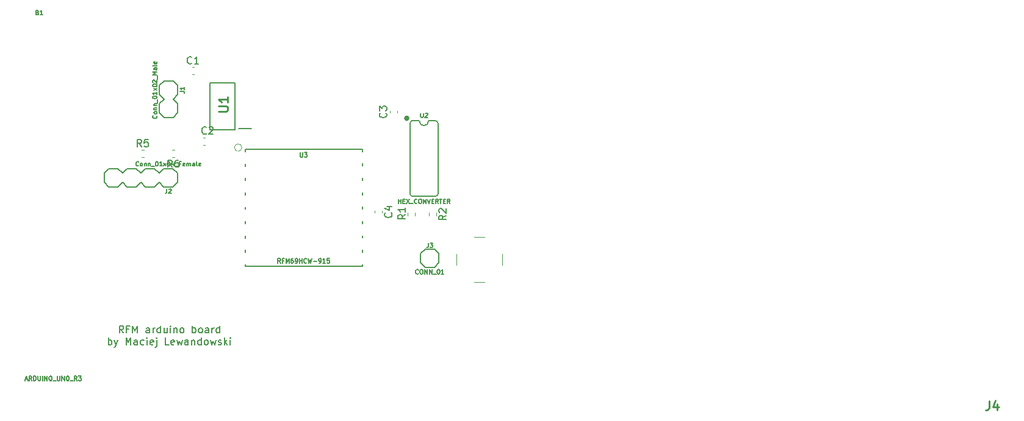
<source format=gbr>
%TF.GenerationSoftware,KiCad,Pcbnew,5.1.6+dfsg1-1*%
%TF.CreationDate,2021-02-21T15:05:16+01:00*%
%TF.ProjectId,RFMduino,52464d64-7569-46e6-9f2e-6b696361645f,rev?*%
%TF.SameCoordinates,Original*%
%TF.FileFunction,Legend,Top*%
%TF.FilePolarity,Positive*%
%FSLAX46Y46*%
G04 Gerber Fmt 4.6, Leading zero omitted, Abs format (unit mm)*
G04 Created by KiCad (PCBNEW 5.1.6+dfsg1-1) date 2021-02-21 15:05:16*
%MOMM*%
%LPD*%
G01*
G04 APERTURE LIST*
%ADD10C,0.150000*%
%ADD11C,0.120000*%
%ADD12C,0.203200*%
%ADD13C,0.100000*%
%ADD14C,0.200000*%
%ADD15C,0.254000*%
%ADD16C,0.127000*%
G04 APERTURE END LIST*
D10*
X133700047Y-102878380D02*
X133366714Y-102402190D01*
X133128619Y-102878380D02*
X133128619Y-101878380D01*
X133509571Y-101878380D01*
X133604809Y-101926000D01*
X133652428Y-101973619D01*
X133700047Y-102068857D01*
X133700047Y-102211714D01*
X133652428Y-102306952D01*
X133604809Y-102354571D01*
X133509571Y-102402190D01*
X133128619Y-102402190D01*
X134461952Y-102354571D02*
X134128619Y-102354571D01*
X134128619Y-102878380D02*
X134128619Y-101878380D01*
X134604809Y-101878380D01*
X134985761Y-102878380D02*
X134985761Y-101878380D01*
X135319095Y-102592666D01*
X135652428Y-101878380D01*
X135652428Y-102878380D01*
X137319095Y-102878380D02*
X137319095Y-102354571D01*
X137271476Y-102259333D01*
X137176238Y-102211714D01*
X136985761Y-102211714D01*
X136890523Y-102259333D01*
X137319095Y-102830761D02*
X137223857Y-102878380D01*
X136985761Y-102878380D01*
X136890523Y-102830761D01*
X136842904Y-102735523D01*
X136842904Y-102640285D01*
X136890523Y-102545047D01*
X136985761Y-102497428D01*
X137223857Y-102497428D01*
X137319095Y-102449809D01*
X137795285Y-102878380D02*
X137795285Y-102211714D01*
X137795285Y-102402190D02*
X137842904Y-102306952D01*
X137890523Y-102259333D01*
X137985761Y-102211714D01*
X138081000Y-102211714D01*
X138842904Y-102878380D02*
X138842904Y-101878380D01*
X138842904Y-102830761D02*
X138747666Y-102878380D01*
X138557190Y-102878380D01*
X138461952Y-102830761D01*
X138414333Y-102783142D01*
X138366714Y-102687904D01*
X138366714Y-102402190D01*
X138414333Y-102306952D01*
X138461952Y-102259333D01*
X138557190Y-102211714D01*
X138747666Y-102211714D01*
X138842904Y-102259333D01*
X139747666Y-102211714D02*
X139747666Y-102878380D01*
X139319095Y-102211714D02*
X139319095Y-102735523D01*
X139366714Y-102830761D01*
X139461952Y-102878380D01*
X139604809Y-102878380D01*
X139700047Y-102830761D01*
X139747666Y-102783142D01*
X140223857Y-102878380D02*
X140223857Y-102211714D01*
X140223857Y-101878380D02*
X140176238Y-101926000D01*
X140223857Y-101973619D01*
X140271476Y-101926000D01*
X140223857Y-101878380D01*
X140223857Y-101973619D01*
X140700047Y-102211714D02*
X140700047Y-102878380D01*
X140700047Y-102306952D02*
X140747666Y-102259333D01*
X140842904Y-102211714D01*
X140985761Y-102211714D01*
X141081000Y-102259333D01*
X141128619Y-102354571D01*
X141128619Y-102878380D01*
X141747666Y-102878380D02*
X141652428Y-102830761D01*
X141604809Y-102783142D01*
X141557190Y-102687904D01*
X141557190Y-102402190D01*
X141604809Y-102306952D01*
X141652428Y-102259333D01*
X141747666Y-102211714D01*
X141890523Y-102211714D01*
X141985761Y-102259333D01*
X142033380Y-102306952D01*
X142081000Y-102402190D01*
X142081000Y-102687904D01*
X142033380Y-102783142D01*
X141985761Y-102830761D01*
X141890523Y-102878380D01*
X141747666Y-102878380D01*
X143271476Y-102878380D02*
X143271476Y-101878380D01*
X143271476Y-102259333D02*
X143366714Y-102211714D01*
X143557190Y-102211714D01*
X143652428Y-102259333D01*
X143700047Y-102306952D01*
X143747666Y-102402190D01*
X143747666Y-102687904D01*
X143700047Y-102783142D01*
X143652428Y-102830761D01*
X143557190Y-102878380D01*
X143366714Y-102878380D01*
X143271476Y-102830761D01*
X144319095Y-102878380D02*
X144223857Y-102830761D01*
X144176238Y-102783142D01*
X144128619Y-102687904D01*
X144128619Y-102402190D01*
X144176238Y-102306952D01*
X144223857Y-102259333D01*
X144319095Y-102211714D01*
X144461952Y-102211714D01*
X144557190Y-102259333D01*
X144604809Y-102306952D01*
X144652428Y-102402190D01*
X144652428Y-102687904D01*
X144604809Y-102783142D01*
X144557190Y-102830761D01*
X144461952Y-102878380D01*
X144319095Y-102878380D01*
X145509571Y-102878380D02*
X145509571Y-102354571D01*
X145461952Y-102259333D01*
X145366714Y-102211714D01*
X145176238Y-102211714D01*
X145081000Y-102259333D01*
X145509571Y-102830761D02*
X145414333Y-102878380D01*
X145176238Y-102878380D01*
X145081000Y-102830761D01*
X145033380Y-102735523D01*
X145033380Y-102640285D01*
X145081000Y-102545047D01*
X145176238Y-102497428D01*
X145414333Y-102497428D01*
X145509571Y-102449809D01*
X145985761Y-102878380D02*
X145985761Y-102211714D01*
X145985761Y-102402190D02*
X146033380Y-102306952D01*
X146081000Y-102259333D01*
X146176238Y-102211714D01*
X146271476Y-102211714D01*
X147033380Y-102878380D02*
X147033380Y-101878380D01*
X147033380Y-102830761D02*
X146938142Y-102878380D01*
X146747666Y-102878380D01*
X146652428Y-102830761D01*
X146604809Y-102783142D01*
X146557190Y-102687904D01*
X146557190Y-102402190D01*
X146604809Y-102306952D01*
X146652428Y-102259333D01*
X146747666Y-102211714D01*
X146938142Y-102211714D01*
X147033380Y-102259333D01*
X131628619Y-104528380D02*
X131628619Y-103528380D01*
X131628619Y-103909333D02*
X131723857Y-103861714D01*
X131914333Y-103861714D01*
X132009571Y-103909333D01*
X132057190Y-103956952D01*
X132104809Y-104052190D01*
X132104809Y-104337904D01*
X132057190Y-104433142D01*
X132009571Y-104480761D01*
X131914333Y-104528380D01*
X131723857Y-104528380D01*
X131628619Y-104480761D01*
X132438142Y-103861714D02*
X132676238Y-104528380D01*
X132914333Y-103861714D02*
X132676238Y-104528380D01*
X132581000Y-104766476D01*
X132533380Y-104814095D01*
X132438142Y-104861714D01*
X134057190Y-104528380D02*
X134057190Y-103528380D01*
X134390523Y-104242666D01*
X134723857Y-103528380D01*
X134723857Y-104528380D01*
X135628619Y-104528380D02*
X135628619Y-104004571D01*
X135581000Y-103909333D01*
X135485761Y-103861714D01*
X135295285Y-103861714D01*
X135200047Y-103909333D01*
X135628619Y-104480761D02*
X135533380Y-104528380D01*
X135295285Y-104528380D01*
X135200047Y-104480761D01*
X135152428Y-104385523D01*
X135152428Y-104290285D01*
X135200047Y-104195047D01*
X135295285Y-104147428D01*
X135533380Y-104147428D01*
X135628619Y-104099809D01*
X136533380Y-104480761D02*
X136438142Y-104528380D01*
X136247666Y-104528380D01*
X136152428Y-104480761D01*
X136104809Y-104433142D01*
X136057190Y-104337904D01*
X136057190Y-104052190D01*
X136104809Y-103956952D01*
X136152428Y-103909333D01*
X136247666Y-103861714D01*
X136438142Y-103861714D01*
X136533380Y-103909333D01*
X136961952Y-104528380D02*
X136961952Y-103861714D01*
X136961952Y-103528380D02*
X136914333Y-103576000D01*
X136961952Y-103623619D01*
X137009571Y-103576000D01*
X136961952Y-103528380D01*
X136961952Y-103623619D01*
X137819095Y-104480761D02*
X137723857Y-104528380D01*
X137533380Y-104528380D01*
X137438142Y-104480761D01*
X137390523Y-104385523D01*
X137390523Y-104004571D01*
X137438142Y-103909333D01*
X137533380Y-103861714D01*
X137723857Y-103861714D01*
X137819095Y-103909333D01*
X137866714Y-104004571D01*
X137866714Y-104099809D01*
X137390523Y-104195047D01*
X138295285Y-103861714D02*
X138295285Y-104718857D01*
X138247666Y-104814095D01*
X138152428Y-104861714D01*
X138104809Y-104861714D01*
X138295285Y-103528380D02*
X138247666Y-103576000D01*
X138295285Y-103623619D01*
X138342904Y-103576000D01*
X138295285Y-103528380D01*
X138295285Y-103623619D01*
X140009571Y-104528380D02*
X139533380Y-104528380D01*
X139533380Y-103528380D01*
X140723857Y-104480761D02*
X140628619Y-104528380D01*
X140438142Y-104528380D01*
X140342904Y-104480761D01*
X140295285Y-104385523D01*
X140295285Y-104004571D01*
X140342904Y-103909333D01*
X140438142Y-103861714D01*
X140628619Y-103861714D01*
X140723857Y-103909333D01*
X140771476Y-104004571D01*
X140771476Y-104099809D01*
X140295285Y-104195047D01*
X141104809Y-103861714D02*
X141295285Y-104528380D01*
X141485761Y-104052190D01*
X141676238Y-104528380D01*
X141866714Y-103861714D01*
X142676238Y-104528380D02*
X142676238Y-104004571D01*
X142628619Y-103909333D01*
X142533380Y-103861714D01*
X142342904Y-103861714D01*
X142247666Y-103909333D01*
X142676238Y-104480761D02*
X142581000Y-104528380D01*
X142342904Y-104528380D01*
X142247666Y-104480761D01*
X142200047Y-104385523D01*
X142200047Y-104290285D01*
X142247666Y-104195047D01*
X142342904Y-104147428D01*
X142581000Y-104147428D01*
X142676238Y-104099809D01*
X143152428Y-103861714D02*
X143152428Y-104528380D01*
X143152428Y-103956952D02*
X143200047Y-103909333D01*
X143295285Y-103861714D01*
X143438142Y-103861714D01*
X143533380Y-103909333D01*
X143581000Y-104004571D01*
X143581000Y-104528380D01*
X144485761Y-104528380D02*
X144485761Y-103528380D01*
X144485761Y-104480761D02*
X144390523Y-104528380D01*
X144200047Y-104528380D01*
X144104809Y-104480761D01*
X144057190Y-104433142D01*
X144009571Y-104337904D01*
X144009571Y-104052190D01*
X144057190Y-103956952D01*
X144104809Y-103909333D01*
X144200047Y-103861714D01*
X144390523Y-103861714D01*
X144485761Y-103909333D01*
X145104809Y-104528380D02*
X145009571Y-104480761D01*
X144961952Y-104433142D01*
X144914333Y-104337904D01*
X144914333Y-104052190D01*
X144961952Y-103956952D01*
X145009571Y-103909333D01*
X145104809Y-103861714D01*
X145247666Y-103861714D01*
X145342904Y-103909333D01*
X145390523Y-103956952D01*
X145438142Y-104052190D01*
X145438142Y-104337904D01*
X145390523Y-104433142D01*
X145342904Y-104480761D01*
X145247666Y-104528380D01*
X145104809Y-104528380D01*
X145771476Y-103861714D02*
X145961952Y-104528380D01*
X146152428Y-104052190D01*
X146342904Y-104528380D01*
X146533380Y-103861714D01*
X146866714Y-104480761D02*
X146961952Y-104528380D01*
X147152428Y-104528380D01*
X147247666Y-104480761D01*
X147295285Y-104385523D01*
X147295285Y-104337904D01*
X147247666Y-104242666D01*
X147152428Y-104195047D01*
X147009571Y-104195047D01*
X146914333Y-104147428D01*
X146866714Y-104052190D01*
X146866714Y-104004571D01*
X146914333Y-103909333D01*
X147009571Y-103861714D01*
X147152428Y-103861714D01*
X147247666Y-103909333D01*
X147723857Y-104528380D02*
X147723857Y-103528380D01*
X147819095Y-104147428D02*
X148104809Y-104528380D01*
X148104809Y-103861714D02*
X147723857Y-104242666D01*
X148533380Y-104528380D02*
X148533380Y-103861714D01*
X148533380Y-103528380D02*
X148485761Y-103576000D01*
X148533380Y-103623619D01*
X148581000Y-103576000D01*
X148533380Y-103528380D01*
X148533380Y-103623619D01*
D11*
%TO.C,R6*%
X140777279Y-78488000D02*
X140451721Y-78488000D01*
X140777279Y-77468000D02*
X140451721Y-77468000D01*
%TO.C,R5*%
X136209721Y-77468000D02*
X136535279Y-77468000D01*
X136209721Y-78488000D02*
X136535279Y-78488000D01*
%TO.C,R1*%
X174182300Y-86148142D02*
X174182300Y-86622658D01*
X173137300Y-86148142D02*
X173137300Y-86622658D01*
%TO.C,C1*%
X143204020Y-66981800D02*
X143485180Y-66981800D01*
X143204020Y-65961800D02*
X143485180Y-65961800D01*
%TO.C,C2*%
X144728620Y-75791600D02*
X145009780Y-75791600D01*
X144728620Y-76811600D02*
X145009780Y-76811600D01*
%TO.C,C3*%
X170686000Y-72301980D02*
X170686000Y-72020820D01*
X171706000Y-72301980D02*
X171706000Y-72020820D01*
%TO.C,C4*%
X168552400Y-85901620D02*
X168552400Y-86182780D01*
X169572400Y-85901620D02*
X169572400Y-86182780D01*
D12*
%TO.C,J1*%
X140614400Y-72923400D02*
X139344400Y-72923400D01*
X138709400Y-69748400D02*
X138709400Y-68478400D01*
X139344400Y-67843400D02*
X138709400Y-68478400D01*
X141249400Y-68478400D02*
X140614400Y-67843400D01*
X140614400Y-67843400D02*
X139344400Y-67843400D01*
X138709400Y-71018400D02*
X139344400Y-70383400D01*
X138709400Y-72288400D02*
X138709400Y-71018400D01*
X139344400Y-72923400D02*
X138709400Y-72288400D01*
X141249400Y-72288400D02*
X140614400Y-72923400D01*
X141249400Y-71018400D02*
X141249400Y-72288400D01*
X140614400Y-70383400D02*
X141249400Y-71018400D01*
X139344400Y-70383400D02*
X138709400Y-69748400D01*
X141249400Y-69748400D02*
X140614400Y-70383400D01*
X141249400Y-68478400D02*
X141249400Y-69748400D01*
%TO.C,J2*%
X131035000Y-81954000D02*
X131035000Y-80684000D01*
X139290000Y-80049000D02*
X140560000Y-80049000D01*
X141195000Y-80684000D02*
X140560000Y-80049000D01*
X140560000Y-82589000D02*
X141195000Y-81954000D01*
X141195000Y-81954000D02*
X141195000Y-80684000D01*
X138020000Y-80049000D02*
X138655000Y-80684000D01*
X136750000Y-80049000D02*
X138020000Y-80049000D01*
X136115000Y-80684000D02*
X136750000Y-80049000D01*
X136750000Y-82589000D02*
X136115000Y-81954000D01*
X138020000Y-82589000D02*
X136750000Y-82589000D01*
X138655000Y-81954000D02*
X138020000Y-82589000D01*
X138655000Y-80684000D02*
X139290000Y-80049000D01*
X139290000Y-82589000D02*
X138655000Y-81954000D01*
X140560000Y-82589000D02*
X139290000Y-82589000D01*
X131670000Y-80049000D02*
X132940000Y-80049000D01*
X133575000Y-80684000D02*
X132940000Y-80049000D01*
X132940000Y-82589000D02*
X133575000Y-81954000D01*
X135480000Y-80049000D02*
X136115000Y-80684000D01*
X134210000Y-80049000D02*
X135480000Y-80049000D01*
X133575000Y-80684000D02*
X134210000Y-80049000D01*
X134210000Y-82589000D02*
X133575000Y-81954000D01*
X135480000Y-82589000D02*
X134210000Y-82589000D01*
X136115000Y-81954000D02*
X135480000Y-82589000D01*
X131035000Y-80684000D02*
X131670000Y-80049000D01*
X131670000Y-82589000D02*
X131035000Y-81954000D01*
X132940000Y-82589000D02*
X131670000Y-82589000D01*
%TO.C,J3*%
X177469800Y-93141800D02*
X177469800Y-91871800D01*
X176834800Y-93776800D02*
X177469800Y-93141800D01*
X175564800Y-93776800D02*
X176834800Y-93776800D01*
X174929800Y-93141800D02*
X175564800Y-93776800D01*
X174929800Y-91871800D02*
X174929800Y-93141800D01*
X175564800Y-91236800D02*
X174929800Y-91871800D01*
X176834800Y-91236800D02*
X175564800Y-91236800D01*
X177469800Y-91871800D02*
X176834800Y-91236800D01*
D13*
%TO.C,J4*%
X179920600Y-93460000D02*
X179920600Y-91960000D01*
X182320600Y-89560000D02*
X183820600Y-89560000D01*
X186220600Y-91960000D02*
X186220600Y-93460000D01*
X182320600Y-95860000D02*
X183820600Y-95860000D01*
D11*
%TO.C,R2*%
X176058300Y-86148142D02*
X176058300Y-86622658D01*
X177103300Y-86148142D02*
X177103300Y-86622658D01*
D14*
%TO.C,U1*%
X149171200Y-74635400D02*
X145671200Y-74635400D01*
X145671200Y-74635400D02*
X145671200Y-68135400D01*
X145671200Y-68135400D02*
X149171200Y-68135400D01*
X149171200Y-68135400D02*
X149171200Y-74635400D01*
X151446200Y-74510400D02*
X149696200Y-74510400D01*
D12*
%TO.C,U2*%
X173748700Y-73380600D02*
X174752000Y-73380600D01*
X176862740Y-73380600D02*
X176022000Y-73380600D01*
X173847760Y-83896200D02*
X176977040Y-83896200D01*
X173466760Y-73761600D02*
X173466760Y-83614260D01*
X177358040Y-83515200D02*
X177358040Y-73761600D01*
D15*
X173126400Y-73050400D02*
G75*
G03*
X173126400Y-73050400I-127000J0D01*
G01*
X173253400Y-73050400D02*
G75*
G03*
X173253400Y-73050400I-254000J0D01*
G01*
D12*
X173466760Y-83611720D02*
G75*
G03*
X173847760Y-83896200I332740J48260D01*
G01*
X177358040Y-73761600D02*
G75*
G03*
X176875440Y-73380600I-431800J-50800D01*
G01*
X176977040Y-83896200D02*
G75*
G03*
X177358040Y-83515200I0J381000D01*
G01*
X173748700Y-73383140D02*
G75*
G03*
X173466760Y-73761600I48260J-330200D01*
G01*
X174752000Y-73431400D02*
G75*
G03*
X176022000Y-73431400I635000J0D01*
G01*
D13*
%TO.C,U3*%
X150119080Y-77132180D02*
G75*
G03*
X150119080Y-77132180I-508000J0D01*
G01*
D12*
X166824660Y-79349600D02*
X166824660Y-79679800D01*
X166824660Y-81348580D02*
X166824660Y-81678780D01*
X166824660Y-83350100D02*
X166824660Y-83680300D01*
X166824660Y-85349080D02*
X166824660Y-85676740D01*
X166824660Y-87345520D02*
X166824660Y-87675720D01*
X166824660Y-89347040D02*
X166824660Y-89677240D01*
X166824660Y-91346020D02*
X166824660Y-91676220D01*
X150573740Y-91694000D02*
X150573740Y-91363800D01*
X150573740Y-89695020D02*
X150573740Y-89364820D01*
X150573740Y-87693500D02*
X150573740Y-87363300D01*
X150573740Y-85694520D02*
X150573740Y-85366860D01*
X150573740Y-83698080D02*
X150573740Y-83367880D01*
X150573740Y-81696560D02*
X150573740Y-81366360D01*
X150573740Y-77663040D02*
X150573740Y-77396340D01*
X166824660Y-77396340D02*
X166824660Y-77663040D01*
X150573740Y-79697580D02*
X150573740Y-79367380D01*
X166824660Y-93380560D02*
X166824660Y-93647260D01*
X150573740Y-93647260D02*
X150573740Y-93380560D01*
X166824660Y-93647260D02*
X150573740Y-93647260D01*
X150573740Y-77396340D02*
X166824660Y-77396340D01*
%TO.C,R6*%
D10*
X140447833Y-79860380D02*
X140114500Y-79384190D01*
X139876404Y-79860380D02*
X139876404Y-78860380D01*
X140257357Y-78860380D01*
X140352595Y-78908000D01*
X140400214Y-78955619D01*
X140447833Y-79050857D01*
X140447833Y-79193714D01*
X140400214Y-79288952D01*
X140352595Y-79336571D01*
X140257357Y-79384190D01*
X139876404Y-79384190D01*
X141304976Y-78860380D02*
X141114500Y-78860380D01*
X141019261Y-78908000D01*
X140971642Y-78955619D01*
X140876404Y-79098476D01*
X140828785Y-79288952D01*
X140828785Y-79669904D01*
X140876404Y-79765142D01*
X140924023Y-79812761D01*
X141019261Y-79860380D01*
X141209738Y-79860380D01*
X141304976Y-79812761D01*
X141352595Y-79765142D01*
X141400214Y-79669904D01*
X141400214Y-79431809D01*
X141352595Y-79336571D01*
X141304976Y-79288952D01*
X141209738Y-79241333D01*
X141019261Y-79241333D01*
X140924023Y-79288952D01*
X140876404Y-79336571D01*
X140828785Y-79431809D01*
%TO.C,R5*%
X136205833Y-77000380D02*
X135872500Y-76524190D01*
X135634404Y-77000380D02*
X135634404Y-76000380D01*
X136015357Y-76000380D01*
X136110595Y-76048000D01*
X136158214Y-76095619D01*
X136205833Y-76190857D01*
X136205833Y-76333714D01*
X136158214Y-76428952D01*
X136110595Y-76476571D01*
X136015357Y-76524190D01*
X135634404Y-76524190D01*
X137110595Y-76000380D02*
X136634404Y-76000380D01*
X136586785Y-76476571D01*
X136634404Y-76428952D01*
X136729642Y-76381333D01*
X136967738Y-76381333D01*
X137062976Y-76428952D01*
X137110595Y-76476571D01*
X137158214Y-76571809D01*
X137158214Y-76809904D01*
X137110595Y-76905142D01*
X137062976Y-76952761D01*
X136967738Y-77000380D01*
X136729642Y-77000380D01*
X136634404Y-76952761D01*
X136586785Y-76905142D01*
%TO.C,R1*%
X172816780Y-86425066D02*
X172340590Y-86758400D01*
X172816780Y-86996495D02*
X171816780Y-86996495D01*
X171816780Y-86615542D01*
X171864400Y-86520304D01*
X171912019Y-86472685D01*
X172007257Y-86425066D01*
X172150114Y-86425066D01*
X172245352Y-86472685D01*
X172292971Y-86520304D01*
X172340590Y-86615542D01*
X172340590Y-86996495D01*
X172816780Y-85472685D02*
X172816780Y-86044114D01*
X172816780Y-85758400D02*
X171816780Y-85758400D01*
X171959638Y-85853638D01*
X172054876Y-85948876D01*
X172102495Y-86044114D01*
%TO.C,*%
%TO.C,C1*%
X143177933Y-65398942D02*
X143130314Y-65446561D01*
X142987457Y-65494180D01*
X142892219Y-65494180D01*
X142749361Y-65446561D01*
X142654123Y-65351323D01*
X142606504Y-65256085D01*
X142558885Y-65065609D01*
X142558885Y-64922752D01*
X142606504Y-64732276D01*
X142654123Y-64637038D01*
X142749361Y-64541800D01*
X142892219Y-64494180D01*
X142987457Y-64494180D01*
X143130314Y-64541800D01*
X143177933Y-64589419D01*
X144130314Y-65494180D02*
X143558885Y-65494180D01*
X143844600Y-65494180D02*
X143844600Y-64494180D01*
X143749361Y-64637038D01*
X143654123Y-64732276D01*
X143558885Y-64779895D01*
%TO.C,C2*%
X145202533Y-75158742D02*
X145154914Y-75206361D01*
X145012057Y-75253980D01*
X144916819Y-75253980D01*
X144773961Y-75206361D01*
X144678723Y-75111123D01*
X144631104Y-75015885D01*
X144583485Y-74825409D01*
X144583485Y-74682552D01*
X144631104Y-74492076D01*
X144678723Y-74396838D01*
X144773961Y-74301600D01*
X144916819Y-74253980D01*
X145012057Y-74253980D01*
X145154914Y-74301600D01*
X145202533Y-74349219D01*
X145583485Y-74349219D02*
X145631104Y-74301600D01*
X145726342Y-74253980D01*
X145964438Y-74253980D01*
X146059676Y-74301600D01*
X146107295Y-74349219D01*
X146154914Y-74444457D01*
X146154914Y-74539695D01*
X146107295Y-74682552D01*
X145535866Y-75253980D01*
X146154914Y-75253980D01*
%TO.C,C3*%
X170123142Y-72328066D02*
X170170761Y-72375685D01*
X170218380Y-72518542D01*
X170218380Y-72613780D01*
X170170761Y-72756638D01*
X170075523Y-72851876D01*
X169980285Y-72899495D01*
X169789809Y-72947114D01*
X169646952Y-72947114D01*
X169456476Y-72899495D01*
X169361238Y-72851876D01*
X169266000Y-72756638D01*
X169218380Y-72613780D01*
X169218380Y-72518542D01*
X169266000Y-72375685D01*
X169313619Y-72328066D01*
X169218380Y-71994733D02*
X169218380Y-71375685D01*
X169599333Y-71709019D01*
X169599333Y-71566161D01*
X169646952Y-71470923D01*
X169694571Y-71423304D01*
X169789809Y-71375685D01*
X170027904Y-71375685D01*
X170123142Y-71423304D01*
X170170761Y-71470923D01*
X170218380Y-71566161D01*
X170218380Y-71851876D01*
X170170761Y-71947114D01*
X170123142Y-71994733D01*
%TO.C,C4*%
X170849542Y-86208866D02*
X170897161Y-86256485D01*
X170944780Y-86399342D01*
X170944780Y-86494580D01*
X170897161Y-86637438D01*
X170801923Y-86732676D01*
X170706685Y-86780295D01*
X170516209Y-86827914D01*
X170373352Y-86827914D01*
X170182876Y-86780295D01*
X170087638Y-86732676D01*
X169992400Y-86637438D01*
X169944780Y-86494580D01*
X169944780Y-86399342D01*
X169992400Y-86256485D01*
X170040019Y-86208866D01*
X170278114Y-85351723D02*
X170944780Y-85351723D01*
X169897161Y-85589819D02*
X170611447Y-85827914D01*
X170611447Y-85208866D01*
%TO.C,J1*%
D16*
X141550571Y-69316600D02*
X141986000Y-69316600D01*
X142073085Y-69345628D01*
X142131142Y-69403685D01*
X142160171Y-69490771D01*
X142160171Y-69548828D01*
X142160171Y-68707000D02*
X142160171Y-69055342D01*
X142160171Y-68881171D02*
X141550571Y-68881171D01*
X141637657Y-68939228D01*
X141695714Y-68997285D01*
X141724742Y-69055342D01*
X138292114Y-72669400D02*
X138321142Y-72698428D01*
X138350171Y-72785514D01*
X138350171Y-72843571D01*
X138321142Y-72930657D01*
X138263085Y-72988714D01*
X138205028Y-73017742D01*
X138088914Y-73046771D01*
X138001828Y-73046771D01*
X137885714Y-73017742D01*
X137827657Y-72988714D01*
X137769600Y-72930657D01*
X137740571Y-72843571D01*
X137740571Y-72785514D01*
X137769600Y-72698428D01*
X137798628Y-72669400D01*
X138350171Y-72321057D02*
X138321142Y-72379114D01*
X138292114Y-72408142D01*
X138234057Y-72437171D01*
X138059885Y-72437171D01*
X138001828Y-72408142D01*
X137972800Y-72379114D01*
X137943771Y-72321057D01*
X137943771Y-72233971D01*
X137972800Y-72175914D01*
X138001828Y-72146885D01*
X138059885Y-72117857D01*
X138234057Y-72117857D01*
X138292114Y-72146885D01*
X138321142Y-72175914D01*
X138350171Y-72233971D01*
X138350171Y-72321057D01*
X137943771Y-71856600D02*
X138350171Y-71856600D01*
X138001828Y-71856600D02*
X137972800Y-71827571D01*
X137943771Y-71769514D01*
X137943771Y-71682428D01*
X137972800Y-71624371D01*
X138030857Y-71595342D01*
X138350171Y-71595342D01*
X137943771Y-71305057D02*
X138350171Y-71305057D01*
X138001828Y-71305057D02*
X137972800Y-71276028D01*
X137943771Y-71217971D01*
X137943771Y-71130885D01*
X137972800Y-71072828D01*
X138030857Y-71043800D01*
X138350171Y-71043800D01*
X138408228Y-70898657D02*
X138408228Y-70434200D01*
X137740571Y-70172942D02*
X137740571Y-70114885D01*
X137769600Y-70056828D01*
X137798628Y-70027800D01*
X137856685Y-69998771D01*
X137972800Y-69969742D01*
X138117942Y-69969742D01*
X138234057Y-69998771D01*
X138292114Y-70027800D01*
X138321142Y-70056828D01*
X138350171Y-70114885D01*
X138350171Y-70172942D01*
X138321142Y-70231000D01*
X138292114Y-70260028D01*
X138234057Y-70289057D01*
X138117942Y-70318085D01*
X137972800Y-70318085D01*
X137856685Y-70289057D01*
X137798628Y-70260028D01*
X137769600Y-70231000D01*
X137740571Y-70172942D01*
X138350171Y-69389171D02*
X138350171Y-69737514D01*
X138350171Y-69563342D02*
X137740571Y-69563342D01*
X137827657Y-69621400D01*
X137885714Y-69679457D01*
X137914742Y-69737514D01*
X138350171Y-69185971D02*
X137943771Y-68866657D01*
X137943771Y-69185971D02*
X138350171Y-68866657D01*
X137740571Y-68518314D02*
X137740571Y-68460257D01*
X137769600Y-68402200D01*
X137798628Y-68373171D01*
X137856685Y-68344142D01*
X137972800Y-68315114D01*
X138117942Y-68315114D01*
X138234057Y-68344142D01*
X138292114Y-68373171D01*
X138321142Y-68402200D01*
X138350171Y-68460257D01*
X138350171Y-68518314D01*
X138321142Y-68576371D01*
X138292114Y-68605400D01*
X138234057Y-68634428D01*
X138117942Y-68663457D01*
X137972800Y-68663457D01*
X137856685Y-68634428D01*
X137798628Y-68605400D01*
X137769600Y-68576371D01*
X137740571Y-68518314D01*
X137798628Y-68082885D02*
X137769600Y-68053857D01*
X137740571Y-67995800D01*
X137740571Y-67850657D01*
X137769600Y-67792600D01*
X137798628Y-67763571D01*
X137856685Y-67734542D01*
X137914742Y-67734542D01*
X138001828Y-67763571D01*
X138350171Y-68111914D01*
X138350171Y-67734542D01*
X138408228Y-67618428D02*
X138408228Y-67153971D01*
X138350171Y-67008828D02*
X137740571Y-67008828D01*
X138176000Y-66805628D01*
X137740571Y-66602428D01*
X138350171Y-66602428D01*
X138350171Y-66050885D02*
X138030857Y-66050885D01*
X137972800Y-66079914D01*
X137943771Y-66137971D01*
X137943771Y-66254085D01*
X137972800Y-66312142D01*
X138321142Y-66050885D02*
X138350171Y-66108942D01*
X138350171Y-66254085D01*
X138321142Y-66312142D01*
X138263085Y-66341171D01*
X138205028Y-66341171D01*
X138146971Y-66312142D01*
X138117942Y-66254085D01*
X138117942Y-66108942D01*
X138088914Y-66050885D01*
X138350171Y-65673514D02*
X138321142Y-65731571D01*
X138263085Y-65760600D01*
X137740571Y-65760600D01*
X138321142Y-65209057D02*
X138350171Y-65267114D01*
X138350171Y-65383228D01*
X138321142Y-65441285D01*
X138263085Y-65470314D01*
X138030857Y-65470314D01*
X137972800Y-65441285D01*
X137943771Y-65383228D01*
X137943771Y-65267114D01*
X137972800Y-65209057D01*
X138030857Y-65180028D01*
X138088914Y-65180028D01*
X138146971Y-65470314D01*
%TO.C,J2*%
X139721800Y-82890171D02*
X139721800Y-83325600D01*
X139692771Y-83412685D01*
X139634714Y-83470742D01*
X139547628Y-83499771D01*
X139489571Y-83499771D01*
X139983057Y-82948228D02*
X140012085Y-82919200D01*
X140070142Y-82890171D01*
X140215285Y-82890171D01*
X140273342Y-82919200D01*
X140302371Y-82948228D01*
X140331400Y-83006285D01*
X140331400Y-83064342D01*
X140302371Y-83151428D01*
X139954028Y-83499771D01*
X140331400Y-83499771D01*
X135788428Y-79631714D02*
X135759400Y-79660742D01*
X135672314Y-79689771D01*
X135614257Y-79689771D01*
X135527171Y-79660742D01*
X135469114Y-79602685D01*
X135440085Y-79544628D01*
X135411057Y-79428514D01*
X135411057Y-79341428D01*
X135440085Y-79225314D01*
X135469114Y-79167257D01*
X135527171Y-79109200D01*
X135614257Y-79080171D01*
X135672314Y-79080171D01*
X135759400Y-79109200D01*
X135788428Y-79138228D01*
X136136771Y-79689771D02*
X136078714Y-79660742D01*
X136049685Y-79631714D01*
X136020657Y-79573657D01*
X136020657Y-79399485D01*
X136049685Y-79341428D01*
X136078714Y-79312400D01*
X136136771Y-79283371D01*
X136223857Y-79283371D01*
X136281914Y-79312400D01*
X136310942Y-79341428D01*
X136339971Y-79399485D01*
X136339971Y-79573657D01*
X136310942Y-79631714D01*
X136281914Y-79660742D01*
X136223857Y-79689771D01*
X136136771Y-79689771D01*
X136601228Y-79283371D02*
X136601228Y-79689771D01*
X136601228Y-79341428D02*
X136630257Y-79312400D01*
X136688314Y-79283371D01*
X136775400Y-79283371D01*
X136833457Y-79312400D01*
X136862485Y-79370457D01*
X136862485Y-79689771D01*
X137152771Y-79283371D02*
X137152771Y-79689771D01*
X137152771Y-79341428D02*
X137181800Y-79312400D01*
X137239857Y-79283371D01*
X137326942Y-79283371D01*
X137385000Y-79312400D01*
X137414028Y-79370457D01*
X137414028Y-79689771D01*
X137559171Y-79747828D02*
X138023628Y-79747828D01*
X138284885Y-79080171D02*
X138342942Y-79080171D01*
X138401000Y-79109200D01*
X138430028Y-79138228D01*
X138459057Y-79196285D01*
X138488085Y-79312400D01*
X138488085Y-79457542D01*
X138459057Y-79573657D01*
X138430028Y-79631714D01*
X138401000Y-79660742D01*
X138342942Y-79689771D01*
X138284885Y-79689771D01*
X138226828Y-79660742D01*
X138197800Y-79631714D01*
X138168771Y-79573657D01*
X138139742Y-79457542D01*
X138139742Y-79312400D01*
X138168771Y-79196285D01*
X138197800Y-79138228D01*
X138226828Y-79109200D01*
X138284885Y-79080171D01*
X139068657Y-79689771D02*
X138720314Y-79689771D01*
X138894485Y-79689771D02*
X138894485Y-79080171D01*
X138836428Y-79167257D01*
X138778371Y-79225314D01*
X138720314Y-79254342D01*
X139271857Y-79689771D02*
X139591171Y-79283371D01*
X139271857Y-79283371D02*
X139591171Y-79689771D01*
X139939514Y-79080171D02*
X139997571Y-79080171D01*
X140055628Y-79109200D01*
X140084657Y-79138228D01*
X140113685Y-79196285D01*
X140142714Y-79312400D01*
X140142714Y-79457542D01*
X140113685Y-79573657D01*
X140084657Y-79631714D01*
X140055628Y-79660742D01*
X139997571Y-79689771D01*
X139939514Y-79689771D01*
X139881457Y-79660742D01*
X139852428Y-79631714D01*
X139823400Y-79573657D01*
X139794371Y-79457542D01*
X139794371Y-79312400D01*
X139823400Y-79196285D01*
X139852428Y-79138228D01*
X139881457Y-79109200D01*
X139939514Y-79080171D01*
X140665228Y-79283371D02*
X140665228Y-79689771D01*
X140520085Y-79051142D02*
X140374942Y-79486571D01*
X140752314Y-79486571D01*
X140839400Y-79747828D02*
X141303857Y-79747828D01*
X141652200Y-79370457D02*
X141449000Y-79370457D01*
X141449000Y-79689771D02*
X141449000Y-79080171D01*
X141739285Y-79080171D01*
X142203742Y-79660742D02*
X142145685Y-79689771D01*
X142029571Y-79689771D01*
X141971514Y-79660742D01*
X141942485Y-79602685D01*
X141942485Y-79370457D01*
X141971514Y-79312400D01*
X142029571Y-79283371D01*
X142145685Y-79283371D01*
X142203742Y-79312400D01*
X142232771Y-79370457D01*
X142232771Y-79428514D01*
X141942485Y-79486571D01*
X142494028Y-79689771D02*
X142494028Y-79283371D01*
X142494028Y-79341428D02*
X142523057Y-79312400D01*
X142581114Y-79283371D01*
X142668200Y-79283371D01*
X142726257Y-79312400D01*
X142755285Y-79370457D01*
X142755285Y-79689771D01*
X142755285Y-79370457D02*
X142784314Y-79312400D01*
X142842371Y-79283371D01*
X142929457Y-79283371D01*
X142987514Y-79312400D01*
X143016542Y-79370457D01*
X143016542Y-79689771D01*
X143568085Y-79689771D02*
X143568085Y-79370457D01*
X143539057Y-79312400D01*
X143481000Y-79283371D01*
X143364885Y-79283371D01*
X143306828Y-79312400D01*
X143568085Y-79660742D02*
X143510028Y-79689771D01*
X143364885Y-79689771D01*
X143306828Y-79660742D01*
X143277800Y-79602685D01*
X143277800Y-79544628D01*
X143306828Y-79486571D01*
X143364885Y-79457542D01*
X143510028Y-79457542D01*
X143568085Y-79428514D01*
X143945457Y-79689771D02*
X143887400Y-79660742D01*
X143858371Y-79602685D01*
X143858371Y-79080171D01*
X144409914Y-79660742D02*
X144351857Y-79689771D01*
X144235742Y-79689771D01*
X144177685Y-79660742D01*
X144148657Y-79602685D01*
X144148657Y-79370457D01*
X144177685Y-79312400D01*
X144235742Y-79283371D01*
X144351857Y-79283371D01*
X144409914Y-79312400D01*
X144438942Y-79370457D01*
X144438942Y-79428514D01*
X144148657Y-79486571D01*
%TO.C,J3*%
X175996600Y-90394971D02*
X175996600Y-90830400D01*
X175967571Y-90917485D01*
X175909514Y-90975542D01*
X175822428Y-91004571D01*
X175764371Y-91004571D01*
X176228828Y-90394971D02*
X176606200Y-90394971D01*
X176403000Y-90627200D01*
X176490085Y-90627200D01*
X176548142Y-90656228D01*
X176577171Y-90685257D01*
X176606200Y-90743314D01*
X176606200Y-90888457D01*
X176577171Y-90946514D01*
X176548142Y-90975542D01*
X176490085Y-91004571D01*
X176315914Y-91004571D01*
X176257857Y-90975542D01*
X176228828Y-90946514D01*
X174617742Y-94629514D02*
X174588714Y-94658542D01*
X174501628Y-94687571D01*
X174443571Y-94687571D01*
X174356485Y-94658542D01*
X174298428Y-94600485D01*
X174269400Y-94542428D01*
X174240371Y-94426314D01*
X174240371Y-94339228D01*
X174269400Y-94223114D01*
X174298428Y-94165057D01*
X174356485Y-94107000D01*
X174443571Y-94077971D01*
X174501628Y-94077971D01*
X174588714Y-94107000D01*
X174617742Y-94136028D01*
X174995114Y-94077971D02*
X175111228Y-94077971D01*
X175169285Y-94107000D01*
X175227342Y-94165057D01*
X175256371Y-94281171D01*
X175256371Y-94484371D01*
X175227342Y-94600485D01*
X175169285Y-94658542D01*
X175111228Y-94687571D01*
X174995114Y-94687571D01*
X174937057Y-94658542D01*
X174879000Y-94600485D01*
X174849971Y-94484371D01*
X174849971Y-94281171D01*
X174879000Y-94165057D01*
X174937057Y-94107000D01*
X174995114Y-94077971D01*
X175517628Y-94687571D02*
X175517628Y-94077971D01*
X175865971Y-94687571D01*
X175865971Y-94077971D01*
X176156257Y-94687571D02*
X176156257Y-94077971D01*
X176504600Y-94687571D01*
X176504600Y-94077971D01*
X176649742Y-94745628D02*
X177114200Y-94745628D01*
X177375457Y-94077971D02*
X177433514Y-94077971D01*
X177491571Y-94107000D01*
X177520600Y-94136028D01*
X177549628Y-94194085D01*
X177578657Y-94310200D01*
X177578657Y-94455342D01*
X177549628Y-94571457D01*
X177520600Y-94629514D01*
X177491571Y-94658542D01*
X177433514Y-94687571D01*
X177375457Y-94687571D01*
X177317400Y-94658542D01*
X177288371Y-94629514D01*
X177259342Y-94571457D01*
X177230314Y-94455342D01*
X177230314Y-94310200D01*
X177259342Y-94194085D01*
X177288371Y-94136028D01*
X177317400Y-94107000D01*
X177375457Y-94077971D01*
X178159228Y-94687571D02*
X177810885Y-94687571D01*
X177985057Y-94687571D02*
X177985057Y-94077971D01*
X177927000Y-94165057D01*
X177868942Y-94223114D01*
X177810885Y-94252142D01*
%TO.C,J4*%
D15*
X253805266Y-112334523D02*
X253805266Y-113241666D01*
X253744790Y-113423095D01*
X253623838Y-113544047D01*
X253442409Y-113604523D01*
X253321457Y-113604523D01*
X254954314Y-112757857D02*
X254954314Y-113604523D01*
X254651933Y-112274047D02*
X254349552Y-113181190D01*
X255135742Y-113181190D01*
%TO.C,R2*%
D10*
X178463180Y-86552066D02*
X177986990Y-86885400D01*
X178463180Y-87123495D02*
X177463180Y-87123495D01*
X177463180Y-86742542D01*
X177510800Y-86647304D01*
X177558419Y-86599685D01*
X177653657Y-86552066D01*
X177796514Y-86552066D01*
X177891752Y-86599685D01*
X177939371Y-86647304D01*
X177986990Y-86742542D01*
X177986990Y-87123495D01*
X177558419Y-86171114D02*
X177510800Y-86123495D01*
X177463180Y-86028257D01*
X177463180Y-85790161D01*
X177510800Y-85694923D01*
X177558419Y-85647304D01*
X177653657Y-85599685D01*
X177748895Y-85599685D01*
X177891752Y-85647304D01*
X178463180Y-86218733D01*
X178463180Y-85599685D01*
%TO.C,U1*%
D15*
X146903523Y-72073619D02*
X147931619Y-72073619D01*
X148052571Y-72013142D01*
X148113047Y-71952666D01*
X148173523Y-71831714D01*
X148173523Y-71589809D01*
X148113047Y-71468857D01*
X148052571Y-71408380D01*
X147931619Y-71347904D01*
X146903523Y-71347904D01*
X148173523Y-70077904D02*
X148173523Y-70803619D01*
X148173523Y-70440761D02*
X146903523Y-70440761D01*
X147084952Y-70561714D01*
X147205904Y-70682666D01*
X147266380Y-70803619D01*
%TO.C,U2*%
D16*
X174947942Y-72335571D02*
X174947942Y-72829057D01*
X174976971Y-72887114D01*
X175006000Y-72916142D01*
X175064057Y-72945171D01*
X175180171Y-72945171D01*
X175238228Y-72916142D01*
X175267257Y-72887114D01*
X175296285Y-72829057D01*
X175296285Y-72335571D01*
X175557542Y-72393628D02*
X175586571Y-72364600D01*
X175644628Y-72335571D01*
X175789771Y-72335571D01*
X175847828Y-72364600D01*
X175876857Y-72393628D01*
X175905885Y-72451685D01*
X175905885Y-72509742D01*
X175876857Y-72596828D01*
X175528514Y-72945171D01*
X175905885Y-72945171D01*
X171841885Y-84883171D02*
X171841885Y-84273571D01*
X171841885Y-84563857D02*
X172190228Y-84563857D01*
X172190228Y-84883171D02*
X172190228Y-84273571D01*
X172480514Y-84563857D02*
X172683714Y-84563857D01*
X172770800Y-84883171D02*
X172480514Y-84883171D01*
X172480514Y-84273571D01*
X172770800Y-84273571D01*
X172974000Y-84273571D02*
X173380400Y-84883171D01*
X173380400Y-84273571D02*
X172974000Y-84883171D01*
X173467485Y-84941228D02*
X173931942Y-84941228D01*
X174425428Y-84825114D02*
X174396400Y-84854142D01*
X174309314Y-84883171D01*
X174251257Y-84883171D01*
X174164171Y-84854142D01*
X174106114Y-84796085D01*
X174077085Y-84738028D01*
X174048057Y-84621914D01*
X174048057Y-84534828D01*
X174077085Y-84418714D01*
X174106114Y-84360657D01*
X174164171Y-84302600D01*
X174251257Y-84273571D01*
X174309314Y-84273571D01*
X174396400Y-84302600D01*
X174425428Y-84331628D01*
X174802800Y-84273571D02*
X174918914Y-84273571D01*
X174976971Y-84302600D01*
X175035028Y-84360657D01*
X175064057Y-84476771D01*
X175064057Y-84679971D01*
X175035028Y-84796085D01*
X174976971Y-84854142D01*
X174918914Y-84883171D01*
X174802800Y-84883171D01*
X174744742Y-84854142D01*
X174686685Y-84796085D01*
X174657657Y-84679971D01*
X174657657Y-84476771D01*
X174686685Y-84360657D01*
X174744742Y-84302600D01*
X174802800Y-84273571D01*
X175325314Y-84883171D02*
X175325314Y-84273571D01*
X175673657Y-84883171D01*
X175673657Y-84273571D01*
X175876857Y-84273571D02*
X176080057Y-84883171D01*
X176283257Y-84273571D01*
X176486457Y-84563857D02*
X176689657Y-84563857D01*
X176776742Y-84883171D02*
X176486457Y-84883171D01*
X176486457Y-84273571D01*
X176776742Y-84273571D01*
X177386342Y-84883171D02*
X177183142Y-84592885D01*
X177038000Y-84883171D02*
X177038000Y-84273571D01*
X177270228Y-84273571D01*
X177328285Y-84302600D01*
X177357314Y-84331628D01*
X177386342Y-84389685D01*
X177386342Y-84476771D01*
X177357314Y-84534828D01*
X177328285Y-84563857D01*
X177270228Y-84592885D01*
X177038000Y-84592885D01*
X177560514Y-84273571D02*
X177908857Y-84273571D01*
X177734685Y-84883171D02*
X177734685Y-84273571D01*
X178112057Y-84563857D02*
X178315257Y-84563857D01*
X178402342Y-84883171D02*
X178112057Y-84883171D01*
X178112057Y-84273571D01*
X178402342Y-84273571D01*
X179011942Y-84883171D02*
X178808742Y-84592885D01*
X178663600Y-84883171D02*
X178663600Y-84273571D01*
X178895828Y-84273571D01*
X178953885Y-84302600D01*
X178982914Y-84331628D01*
X179011942Y-84389685D01*
X179011942Y-84476771D01*
X178982914Y-84534828D01*
X178953885Y-84563857D01*
X178895828Y-84592885D01*
X178663600Y-84592885D01*
%TO.C,U3*%
X158234742Y-77821971D02*
X158234742Y-78315457D01*
X158263771Y-78373514D01*
X158292800Y-78402542D01*
X158350857Y-78431571D01*
X158466971Y-78431571D01*
X158525028Y-78402542D01*
X158554057Y-78373514D01*
X158583085Y-78315457D01*
X158583085Y-77821971D01*
X158815314Y-77821971D02*
X159192685Y-77821971D01*
X158989485Y-78054200D01*
X159076571Y-78054200D01*
X159134628Y-78083228D01*
X159163657Y-78112257D01*
X159192685Y-78170314D01*
X159192685Y-78315457D01*
X159163657Y-78373514D01*
X159134628Y-78402542D01*
X159076571Y-78431571D01*
X158902400Y-78431571D01*
X158844342Y-78402542D01*
X158815314Y-78373514D01*
X155477028Y-93163571D02*
X155273828Y-92873285D01*
X155128685Y-93163571D02*
X155128685Y-92553971D01*
X155360914Y-92553971D01*
X155418971Y-92583000D01*
X155448000Y-92612028D01*
X155477028Y-92670085D01*
X155477028Y-92757171D01*
X155448000Y-92815228D01*
X155418971Y-92844257D01*
X155360914Y-92873285D01*
X155128685Y-92873285D01*
X155941485Y-92844257D02*
X155738285Y-92844257D01*
X155738285Y-93163571D02*
X155738285Y-92553971D01*
X156028571Y-92553971D01*
X156260800Y-93163571D02*
X156260800Y-92553971D01*
X156464000Y-92989400D01*
X156667200Y-92553971D01*
X156667200Y-93163571D01*
X157218742Y-92553971D02*
X157102628Y-92553971D01*
X157044571Y-92583000D01*
X157015542Y-92612028D01*
X156957485Y-92699114D01*
X156928457Y-92815228D01*
X156928457Y-93047457D01*
X156957485Y-93105514D01*
X156986514Y-93134542D01*
X157044571Y-93163571D01*
X157160685Y-93163571D01*
X157218742Y-93134542D01*
X157247771Y-93105514D01*
X157276800Y-93047457D01*
X157276800Y-92902314D01*
X157247771Y-92844257D01*
X157218742Y-92815228D01*
X157160685Y-92786200D01*
X157044571Y-92786200D01*
X156986514Y-92815228D01*
X156957485Y-92844257D01*
X156928457Y-92902314D01*
X157567085Y-93163571D02*
X157683200Y-93163571D01*
X157741257Y-93134542D01*
X157770285Y-93105514D01*
X157828342Y-93018428D01*
X157857371Y-92902314D01*
X157857371Y-92670085D01*
X157828342Y-92612028D01*
X157799314Y-92583000D01*
X157741257Y-92553971D01*
X157625142Y-92553971D01*
X157567085Y-92583000D01*
X157538057Y-92612028D01*
X157509028Y-92670085D01*
X157509028Y-92815228D01*
X157538057Y-92873285D01*
X157567085Y-92902314D01*
X157625142Y-92931342D01*
X157741257Y-92931342D01*
X157799314Y-92902314D01*
X157828342Y-92873285D01*
X157857371Y-92815228D01*
X158118628Y-93163571D02*
X158118628Y-92553971D01*
X158118628Y-92844257D02*
X158466971Y-92844257D01*
X158466971Y-93163571D02*
X158466971Y-92553971D01*
X159105600Y-93105514D02*
X159076571Y-93134542D01*
X158989485Y-93163571D01*
X158931428Y-93163571D01*
X158844342Y-93134542D01*
X158786285Y-93076485D01*
X158757257Y-93018428D01*
X158728228Y-92902314D01*
X158728228Y-92815228D01*
X158757257Y-92699114D01*
X158786285Y-92641057D01*
X158844342Y-92583000D01*
X158931428Y-92553971D01*
X158989485Y-92553971D01*
X159076571Y-92583000D01*
X159105600Y-92612028D01*
X159308800Y-92553971D02*
X159453942Y-93163571D01*
X159570057Y-92728142D01*
X159686171Y-93163571D01*
X159831314Y-92553971D01*
X160063542Y-92931342D02*
X160528000Y-92931342D01*
X160847314Y-93163571D02*
X160963428Y-93163571D01*
X161021485Y-93134542D01*
X161050514Y-93105514D01*
X161108571Y-93018428D01*
X161137600Y-92902314D01*
X161137600Y-92670085D01*
X161108571Y-92612028D01*
X161079542Y-92583000D01*
X161021485Y-92553971D01*
X160905371Y-92553971D01*
X160847314Y-92583000D01*
X160818285Y-92612028D01*
X160789257Y-92670085D01*
X160789257Y-92815228D01*
X160818285Y-92873285D01*
X160847314Y-92902314D01*
X160905371Y-92931342D01*
X161021485Y-92931342D01*
X161079542Y-92902314D01*
X161108571Y-92873285D01*
X161137600Y-92815228D01*
X161718171Y-93163571D02*
X161369828Y-93163571D01*
X161544000Y-93163571D02*
X161544000Y-92553971D01*
X161485942Y-92641057D01*
X161427885Y-92699114D01*
X161369828Y-92728142D01*
X162269714Y-92553971D02*
X161979428Y-92553971D01*
X161950400Y-92844257D01*
X161979428Y-92815228D01*
X162037485Y-92786200D01*
X162182628Y-92786200D01*
X162240685Y-92815228D01*
X162269714Y-92844257D01*
X162298742Y-92902314D01*
X162298742Y-93047457D01*
X162269714Y-93105514D01*
X162240685Y-93134542D01*
X162182628Y-93163571D01*
X162037485Y-93163571D01*
X161979428Y-93134542D01*
X161950400Y-93105514D01*
%TO.C,B1*%
X121773257Y-58356457D02*
X121860342Y-58385485D01*
X121889371Y-58414514D01*
X121918400Y-58472571D01*
X121918400Y-58559657D01*
X121889371Y-58617714D01*
X121860342Y-58646742D01*
X121802285Y-58675771D01*
X121570057Y-58675771D01*
X121570057Y-58066171D01*
X121773257Y-58066171D01*
X121831314Y-58095200D01*
X121860342Y-58124228D01*
X121889371Y-58182285D01*
X121889371Y-58240342D01*
X121860342Y-58298400D01*
X121831314Y-58327428D01*
X121773257Y-58356457D01*
X121570057Y-58356457D01*
X122498971Y-58675771D02*
X122150628Y-58675771D01*
X122324800Y-58675771D02*
X122324800Y-58066171D01*
X122266742Y-58153257D01*
X122208685Y-58211314D01*
X122150628Y-58240342D01*
X120076685Y-109321600D02*
X120366971Y-109321600D01*
X120018628Y-109495771D02*
X120221828Y-108886171D01*
X120425028Y-109495771D01*
X120976571Y-109495771D02*
X120773371Y-109205485D01*
X120628228Y-109495771D02*
X120628228Y-108886171D01*
X120860457Y-108886171D01*
X120918514Y-108915200D01*
X120947542Y-108944228D01*
X120976571Y-109002285D01*
X120976571Y-109089371D01*
X120947542Y-109147428D01*
X120918514Y-109176457D01*
X120860457Y-109205485D01*
X120628228Y-109205485D01*
X121237828Y-109495771D02*
X121237828Y-108886171D01*
X121382971Y-108886171D01*
X121470057Y-108915200D01*
X121528114Y-108973257D01*
X121557142Y-109031314D01*
X121586171Y-109147428D01*
X121586171Y-109234514D01*
X121557142Y-109350628D01*
X121528114Y-109408685D01*
X121470057Y-109466742D01*
X121382971Y-109495771D01*
X121237828Y-109495771D01*
X121847428Y-108886171D02*
X121847428Y-109379657D01*
X121876457Y-109437714D01*
X121905485Y-109466742D01*
X121963542Y-109495771D01*
X122079657Y-109495771D01*
X122137714Y-109466742D01*
X122166742Y-109437714D01*
X122195771Y-109379657D01*
X122195771Y-108886171D01*
X122486057Y-109495771D02*
X122486057Y-108886171D01*
X122776342Y-109495771D02*
X122776342Y-108886171D01*
X123124685Y-109495771D01*
X123124685Y-108886171D01*
X123531085Y-108886171D02*
X123647200Y-108886171D01*
X123705257Y-108915200D01*
X123763314Y-108973257D01*
X123792342Y-109089371D01*
X123792342Y-109292571D01*
X123763314Y-109408685D01*
X123705257Y-109466742D01*
X123647200Y-109495771D01*
X123531085Y-109495771D01*
X123473028Y-109466742D01*
X123414971Y-109408685D01*
X123385942Y-109292571D01*
X123385942Y-109089371D01*
X123414971Y-108973257D01*
X123473028Y-108915200D01*
X123531085Y-108886171D01*
X123908457Y-109553828D02*
X124372914Y-109553828D01*
X124518057Y-108886171D02*
X124518057Y-109379657D01*
X124547085Y-109437714D01*
X124576114Y-109466742D01*
X124634171Y-109495771D01*
X124750285Y-109495771D01*
X124808342Y-109466742D01*
X124837371Y-109437714D01*
X124866400Y-109379657D01*
X124866400Y-108886171D01*
X125156685Y-109495771D02*
X125156685Y-108886171D01*
X125505028Y-109495771D01*
X125505028Y-108886171D01*
X125911428Y-108886171D02*
X126027542Y-108886171D01*
X126085600Y-108915200D01*
X126143657Y-108973257D01*
X126172685Y-109089371D01*
X126172685Y-109292571D01*
X126143657Y-109408685D01*
X126085600Y-109466742D01*
X126027542Y-109495771D01*
X125911428Y-109495771D01*
X125853371Y-109466742D01*
X125795314Y-109408685D01*
X125766285Y-109292571D01*
X125766285Y-109089371D01*
X125795314Y-108973257D01*
X125853371Y-108915200D01*
X125911428Y-108886171D01*
X126288800Y-109553828D02*
X126753257Y-109553828D01*
X127246742Y-109495771D02*
X127043542Y-109205485D01*
X126898400Y-109495771D02*
X126898400Y-108886171D01*
X127130628Y-108886171D01*
X127188685Y-108915200D01*
X127217714Y-108944228D01*
X127246742Y-109002285D01*
X127246742Y-109089371D01*
X127217714Y-109147428D01*
X127188685Y-109176457D01*
X127130628Y-109205485D01*
X126898400Y-109205485D01*
X127449942Y-108886171D02*
X127827314Y-108886171D01*
X127624114Y-109118400D01*
X127711200Y-109118400D01*
X127769257Y-109147428D01*
X127798285Y-109176457D01*
X127827314Y-109234514D01*
X127827314Y-109379657D01*
X127798285Y-109437714D01*
X127769257Y-109466742D01*
X127711200Y-109495771D01*
X127537028Y-109495771D01*
X127478971Y-109466742D01*
X127449942Y-109437714D01*
%TD*%
M02*

</source>
